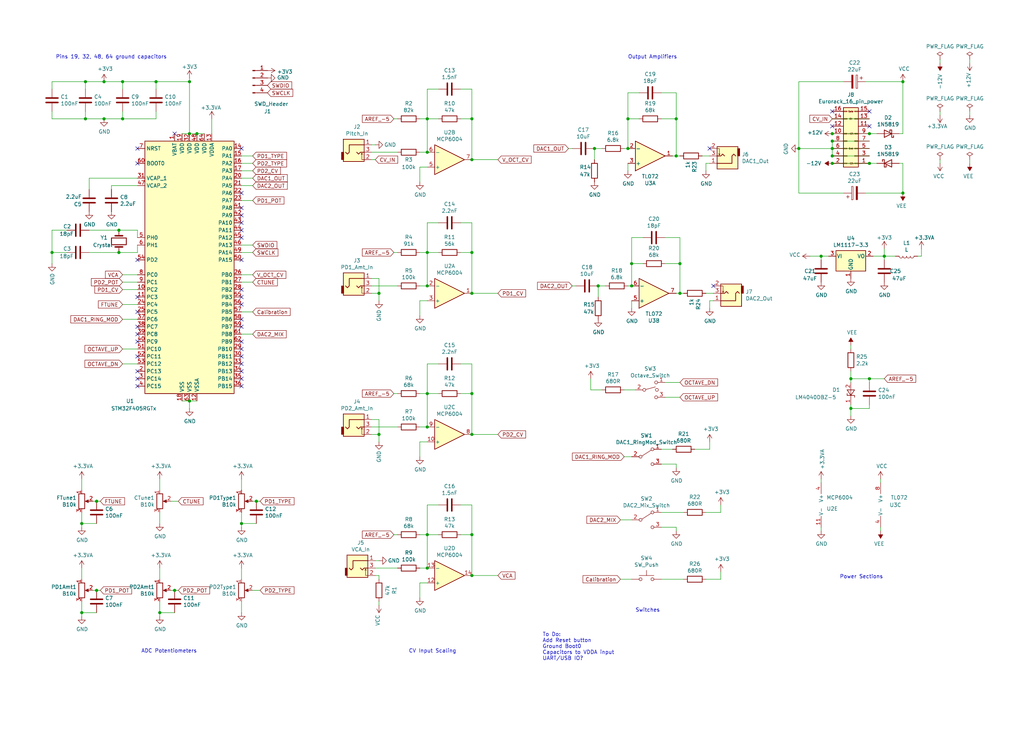
<source format=kicad_sch>
(kicad_sch (version 20230121) (generator eeschema)
  (paper "User" 350.012 250.012)
  (title_block (title "DisPhaze") (company "Mountjoy Modular"))
  (junction (at 284.48 48.26))
  (junction (at 232.41 90.17))
  (junction (at 161.29 40.64))
  (junction (at 214.63 50.8))
  (junction (at 146.05 40.64))
  (junction (at 161.29 100.33))
  (junction (at 161.29 86.36))
  (junction (at 146.05 52.07))
  (junction (at 35.56 27.94))
  (junction (at 290.83 139.7))
  (junction (at 146.05 194.31))
  (junction (at 64.77 137.16))
  (junction (at 232.41 100.33))
  (junction (at 231.14 53.34))
  (junction (at 308.61 66.04))
  (junction (at 297.18 55.88))
  (junction (at 280.67 87.63))
  (junction (at 54.61 209.55))
  (junction (at 203.2 50.8))
  (junction (at 87.63 171.45))
  (junction (at 82.55 179.07))
  (junction (at 284.48 53.34))
  (junction (at 302.26 87.63))
  (junction (at 35.56 40.64))
  (junction (at 161.29 196.85))
  (junction (at 129.54 100.33))
  (junction (at 273.05 50.8))
  (junction (at 64.77 27.94))
  (junction (at 64.77 45.72))
  (junction (at 53.34 27.94))
  (junction (at 146.05 146.05))
  (junction (at 297.18 45.72))
  (junction (at 215.9 97.79))
  (junction (at 161.29 54.61))
  (junction (at 284.48 55.88))
  (junction (at 308.61 27.94))
  (junction (at 204.47 97.79))
  (junction (at 284.48 45.72))
  (junction (at 129.54 148.59))
  (junction (at 146.05 97.79))
  (junction (at 146.05 182.88))
  (junction (at 215.9 90.17))
  (junction (at 41.91 40.64))
  (junction (at 161.29 134.62))
  (junction (at 29.21 40.64))
  (junction (at 17.78 86.36))
  (junction (at 231.14 40.64))
  (junction (at 27.94 209.55))
  (junction (at 214.63 40.64))
  (junction (at 41.91 27.94))
  (junction (at 297.18 129.54))
  (junction (at 59.69 201.93))
  (junction (at 284.48 50.8))
  (junction (at 146.05 134.62))
  (junction (at 40.64 78.74))
  (junction (at 290.83 129.54))
  (junction (at 33.02 171.45))
  (junction (at 29.21 27.94))
  (junction (at 161.29 182.88))
  (junction (at 161.29 148.59))
  (junction (at 40.64 86.36))
  (junction (at 33.02 201.93))
  (junction (at 146.05 86.36))
  (junction (at 67.31 45.72))
  (junction (at 27.94 179.07))
  (no_connect (at 46.99 127))
  (no_connect (at 82.55 101.6))
  (no_connect (at 82.55 78.74))
  (no_connect (at 82.55 73.66))
  (no_connect (at 82.55 116.84))
  (no_connect (at 46.99 101.6))
  (no_connect (at 284.48 38.1))
  (no_connect (at 46.99 132.08))
  (no_connect (at 82.55 124.46))
  (no_connect (at 82.55 88.9))
  (no_connect (at 82.55 109.22))
  (no_connect (at 46.99 106.68))
  (no_connect (at 82.55 71.12))
  (no_connect (at 82.55 119.38))
  (no_connect (at 46.99 111.76))
  (no_connect (at 82.55 127))
  (no_connect (at 46.99 88.9))
  (no_connect (at 82.55 50.8))
  (no_connect (at 284.48 43.18))
  (no_connect (at 297.18 38.1))
  (no_connect (at 46.99 50.8))
  (no_connect (at 46.99 114.3))
  (no_connect (at 46.99 129.54))
  (no_connect (at 82.55 121.92))
  (no_connect (at 82.55 81.28))
  (no_connect (at 82.55 99.06))
  (no_connect (at 243.84 97.79))
  (no_connect (at 82.55 132.08))
  (no_connect (at 82.55 104.14))
  (no_connect (at 59.69 45.72))
  (no_connect (at 46.99 55.88))
  (no_connect (at 297.18 43.18))
  (no_connect (at 46.99 121.92))
  (no_connect (at 82.55 66.04))
  (no_connect (at 46.99 116.84))
  (no_connect (at 82.55 76.2))
  (no_connect (at 82.55 111.76))
  (no_connect (at 242.57 50.8))
  (no_connect (at 82.55 129.54))
  (wire (pts (xy 215.9 81.28) (xy 215.9 90.17)))
  (wire (pts (xy 143.51 86.36) (xy 146.05 86.36)))
  (wire (pts (xy 146.05 199.39) (xy 143.51 199.39)))
  (wire (pts (xy 146.05 102.87) (xy 143.51 102.87)))
  (wire (pts (xy 53.34 30.48) (xy 53.34 27.94)))
  (wire (pts (xy 308.61 66.04) (xy 295.91 66.04)))
  (wire (pts (xy 157.48 86.36) (xy 161.29 86.36)))
  (wire (pts (xy 129.54 148.59) (xy 129.54 151.13)))
  (wire (pts (xy 161.29 86.36) (xy 161.29 100.33)))
  (wire (pts (xy 227.33 130.81) (xy 232.41 130.81)))
  (wire (pts (xy 219.71 81.28) (xy 215.9 81.28)))
  (wire (pts (xy 227.33 135.89) (xy 232.41 135.89)))
  (wire (pts (xy 33.02 209.55) (xy 27.94 209.55)))
  (wire (pts (xy 64.77 45.72) (xy 67.31 45.72)))
  (wire (pts (xy 146.05 86.36) (xy 146.05 97.79)))
  (wire (pts (xy 59.69 201.93) (xy 60.96 201.93)))
  (wire (pts (xy 46.99 83.82) (xy 46.99 86.36)))
  (wire (pts (xy 146.05 124.46) (xy 146.05 134.62)))
  (wire (pts (xy 86.36 53.34) (xy 82.55 53.34)))
  (wire (pts (xy 82.55 163.83) (xy 82.55 167.64)))
  (wire (pts (xy 307.34 45.72) (xy 308.61 45.72)))
  (wire (pts (xy 64.77 137.16) (xy 67.31 137.16)))
  (wire (pts (xy 170.18 196.85) (xy 161.29 196.85)))
  (wire (pts (xy 86.36 171.45) (xy 87.63 171.45)))
  (wire (pts (xy 82.55 86.36) (xy 86.36 86.36)))
  (wire (pts (xy 33.02 171.45) (xy 34.29 171.45)))
  (wire (pts (xy 134.62 86.36) (xy 135.89 86.36)))
  (wire (pts (xy 82.55 63.5) (xy 86.36 63.5)))
  (wire (pts (xy 41.91 93.98) (xy 46.99 93.98)))
  (wire (pts (xy 54.61 209.55) (xy 54.61 210.82)))
  (wire (pts (xy 127 148.59) (xy 129.54 148.59)))
  (wire (pts (xy 321.31 54.61) (xy 321.31 55.88)))
  (wire (pts (xy 22.86 78.74) (xy 17.78 78.74)))
  (wire (pts (xy 297.18 50.8) (xy 284.48 50.8)))
  (wire (pts (xy 27.94 209.55) (xy 27.94 210.82)))
  (wire (pts (xy 129.54 95.25) (xy 129.54 100.33)))
  (wire (pts (xy 246.38 198.12) (xy 241.3 198.12)))
  (wire (pts (xy 129.54 205.74) (xy 129.54 207.01)))
  (wire (pts (xy 212.09 198.12) (xy 215.9 198.12)))
  (wire (pts (xy 284.48 40.64) (xy 297.18 40.64)))
  (wire (pts (xy 273.05 50.8) (xy 284.48 50.8)))
  (wire (pts (xy 143.51 40.64) (xy 146.05 40.64)))
  (wire (pts (xy 161.29 182.88) (xy 161.29 196.85)))
  (wire (pts (xy 127 97.79) (xy 135.89 97.79)))
  (wire (pts (xy 30.48 86.36) (xy 40.64 86.36)))
  (wire (pts (xy 87.63 179.07) (xy 82.55 179.07)))
  (wire (pts (xy 302.26 87.63) (xy 302.26 88.9)))
  (wire (pts (xy 127 54.61) (xy 128.27 54.61)))
  (wire (pts (xy 214.63 97.79) (xy 215.9 97.79)))
  (wire (pts (xy 231.14 53.34) (xy 232.41 53.34)))
  (wire (pts (xy 129.54 143.51) (xy 129.54 148.59)))
  (wire (pts (xy 157.48 40.64) (xy 161.29 40.64)))
  (wire (pts (xy 214.63 31.75) (xy 214.63 40.64)))
  (wire (pts (xy 213.36 133.35) (xy 217.17 133.35)))
  (wire (pts (xy 227.33 81.28) (xy 232.41 81.28)))
  (wire (pts (xy 288.29 66.04) (xy 273.05 66.04)))
  (wire (pts (xy 53.34 27.94) (xy 64.77 27.94)))
  (wire (pts (xy 226.06 180.34) (xy 231.14 180.34)))
  (wire (pts (xy 143.51 52.07) (xy 146.05 52.07)))
  (wire (pts (xy 143.51 97.79) (xy 146.05 97.79)))
  (wire (pts (xy 17.78 27.94) (xy 29.21 27.94)))
  (wire (pts (xy 284.48 53.34) (xy 284.48 50.8)))
  (wire (pts (xy 143.51 199.39) (xy 143.51 204.47)))
  (wire (pts (xy 201.93 129.54) (xy 201.93 133.35)))
  (wire (pts (xy 243.84 102.87) (xy 242.57 102.87)))
  (wire (pts (xy 204.47 97.79) (xy 207.01 97.79)))
  (wire (pts (xy 41.91 109.22) (xy 46.99 109.22)))
  (wire (pts (xy 143.51 182.88) (xy 146.05 182.88)))
  (wire (pts (xy 29.21 40.64) (xy 35.56 40.64)))
  (wire (pts (xy 300.99 180.34) (xy 300.99 181.61)))
  (wire (pts (xy 290.83 127) (xy 290.83 129.54)))
  (wire (pts (xy 53.34 27.94) (xy 41.91 27.94)))
  (wire (pts (xy 41.91 27.94) (xy 35.56 27.94)))
  (wire (pts (xy 86.36 201.93) (xy 88.9 201.93)))
  (wire (pts (xy 231.14 100.33) (xy 232.41 100.33)))
  (wire (pts (xy 170.18 148.59) (xy 161.29 148.59)))
  (wire (pts (xy 215.9 102.87) (xy 215.9 105.41)))
  (wire (pts (xy 231.14 180.34) (xy 231.14 181.61)))
  (wire (pts (xy 64.77 137.16) (xy 62.23 137.16)))
  (wire (pts (xy 273.05 27.94) (xy 273.05 50.8)))
  (wire (pts (xy 203.2 50.8) (xy 205.74 50.8)))
  (wire (pts (xy 157.48 76.2) (xy 161.29 76.2)))
  (wire (pts (xy 146.05 172.72) (xy 146.05 182.88)))
  (wire (pts (xy 143.51 151.13) (xy 143.51 156.21)))
  (wire (pts (xy 54.61 194.31) (xy 54.61 198.12)))
  (wire (pts (xy 297.18 48.26) (xy 284.48 48.26)))
  (wire (pts (xy 161.29 40.64) (xy 161.29 54.61)))
  (wire (pts (xy 82.55 194.31) (xy 82.55 198.12)))
  (wire (pts (xy 157.48 30.48) (xy 161.29 30.48)))
  (wire (pts (xy 231.14 53.34) (xy 231.14 40.64)))
  (wire (pts (xy 302.26 87.63) (xy 306.07 87.63)))
  (wire (pts (xy 298.45 87.63) (xy 302.26 87.63)))
  (wire (pts (xy 127 100.33) (xy 129.54 100.33)))
  (wire (pts (xy 214.63 40.64) (xy 214.63 50.8)))
  (wire (pts (xy 170.18 100.33) (xy 161.29 100.33)))
  (wire (pts (xy 290.83 118.11) (xy 290.83 119.38)))
  (wire (pts (xy 242.57 102.87) (xy 242.57 105.41)))
  (wire (pts (xy 64.77 45.72) (xy 64.77 46.99)))
  (wire (pts (xy 232.41 81.28) (xy 232.41 90.17)))
  (wire (pts (xy 127 95.25) (xy 129.54 95.25)))
  (wire (pts (xy 284.48 45.72) (xy 297.18 45.72)))
  (wire (pts (xy 232.41 100.33) (xy 232.41 90.17)))
  (wire (pts (xy 280.67 163.83) (xy 280.67 165.1)))
  (wire (pts (xy 149.86 40.64) (xy 146.05 40.64)))
  (wire (pts (xy 297.18 139.7) (xy 297.18 138.43)))
  (wire (pts (xy 246.38 195.58) (xy 246.38 198.12)))
  (wire (pts (xy 146.05 40.64) (xy 146.05 52.07)))
  (wire (pts (xy 127 49.53) (xy 128.27 49.53)))
  (wire (pts (xy 35.56 40.64) (xy 41.91 40.64)))
  (wire (pts (xy 232.41 90.17) (xy 227.33 90.17)))
  (wire (pts (xy 62.23 45.72) (xy 64.77 45.72)))
  (wire (pts (xy 290.83 138.43) (xy 290.83 139.7)))
  (wire (pts (xy 297.18 130.81) (xy 297.18 129.54)))
  (wire (pts (xy 31.75 171.45) (xy 33.02 171.45)))
  (wire (pts (xy 38.1 63.5) (xy 38.1 64.77)))
  (wire (pts (xy 41.91 124.46) (xy 46.99 124.46)))
  (wire (pts (xy 161.29 134.62) (xy 161.29 148.59)))
  (wire (pts (xy 143.51 134.62) (xy 146.05 134.62)))
  (wire (pts (xy 218.44 40.64) (xy 214.63 40.64)))
  (wire (pts (xy 226.06 31.75) (xy 231.14 31.75)))
  (wire (pts (xy 284.48 55.88) (xy 297.18 55.88)))
  (wire (pts (xy 215.9 156.21) (xy 213.36 156.21)))
  (wire (pts (xy 242.57 153.67) (xy 237.49 153.67)))
  (wire (pts (xy 284.48 48.26) (xy 284.48 50.8)))
  (wire (pts (xy 308.61 55.88) (xy 308.61 66.04)))
  (wire (pts (xy 40.64 78.74) (xy 30.48 78.74)))
  (wire (pts (xy 41.91 104.14) (xy 46.99 104.14)))
  (wire (pts (xy 203.2 54.61) (xy 203.2 50.8)))
  (wire (pts (xy 17.78 86.36) (xy 17.78 90.17)))
  (wire (pts (xy 29.21 27.94) (xy 35.56 27.94)))
  (wire (pts (xy 41.91 99.06) (xy 46.99 99.06)))
  (wire (pts (xy 46.99 81.28) (xy 46.99 78.74)))
  (wire (pts (xy 226.06 158.75) (xy 231.14 158.75)))
  (wire (pts (xy 27.94 179.07) (xy 27.94 180.34)))
  (wire (pts (xy 280.67 180.34) (xy 280.67 181.61)))
  (wire (pts (xy 143.51 57.15) (xy 143.51 62.23)))
  (wire (pts (xy 29.21 30.48) (xy 29.21 27.94)))
  (wire (pts (xy 46.99 86.36) (xy 40.64 86.36)))
  (wire (pts (xy 64.77 26.67) (xy 64.77 27.94)))
  (wire (pts (xy 146.05 76.2) (xy 146.05 86.36)))
  (wire (pts (xy 27.94 175.26) (xy 27.94 179.07)))
  (wire (pts (xy 86.36 55.88) (xy 82.55 55.88)))
  (wire (pts (xy 157.48 124.46) (xy 161.29 124.46)))
  (wire (pts (xy 161.29 124.46) (xy 161.29 134.62)))
  (wire (pts (xy 82.55 58.42) (xy 86.36 58.42)))
  (wire (pts (xy 17.78 78.74) (xy 17.78 86.36)))
  (wire (pts (xy 219.71 90.17) (xy 215.9 90.17)))
  (wire (pts (xy 161.29 172.72) (xy 161.29 182.88)))
  (wire (pts (xy 64.77 45.72) (xy 64.77 27.94)))
  (wire (pts (xy 127 143.51) (xy 129.54 143.51)))
  (wire (pts (xy 146.05 30.48) (xy 146.05 40.64)))
  (wire (pts (xy 17.78 86.36) (xy 22.86 86.36)))
  (wire (pts (xy 127 52.07) (xy 135.89 52.07)))
  (wire (pts (xy 64.77 137.16) (xy 64.77 139.7)))
  (wire (pts (xy 149.86 30.48) (xy 146.05 30.48)))
  (wire (pts (xy 280.67 88.9) (xy 280.67 87.63)))
  (wire (pts (xy 314.96 85.09) (xy 314.96 87.63)))
  (wire (pts (xy 82.55 179.07) (xy 82.55 180.34)))
  (wire (pts (xy 161.29 76.2) (xy 161.29 86.36)))
  (wire (pts (xy 143.51 194.31) (xy 146.05 194.31)))
  (wire (pts (xy 229.87 53.34) (xy 231.14 53.34)))
  (wire (pts (xy 146.05 57.15) (xy 143.51 57.15)))
  (wire (pts (xy 53.34 40.64) (xy 53.34 38.1)))
  (wire (pts (xy 273.05 66.04) (xy 273.05 50.8)))
  (wire (pts (xy 302.26 85.09) (xy 302.26 87.63)))
  (wire (pts (xy 331.47 20.32) (xy 331.47 21.59)))
  (wire (pts (xy 82.55 205.74) (xy 82.55 209.55)))
  (wire (pts (xy 214.63 55.88) (xy 214.63 58.42)))
  (wire (pts (xy 241.3 55.88) (xy 241.3 58.42)))
  (wire (pts (xy 290.83 129.54) (xy 290.83 130.81)))
  (wire (pts (xy 30.48 60.96) (xy 30.48 64.77)))
  (wire (pts (xy 314.96 87.63) (xy 313.69 87.63)))
  (wire (pts (xy 82.55 175.26) (xy 82.55 179.07)))
  (wire (pts (xy 213.36 50.8) (xy 214.63 50.8)))
  (wire (pts (xy 46.99 60.96) (xy 30.48 60.96)))
  (wire (pts (xy 240.03 53.34) (xy 242.57 53.34)))
  (wire (pts (xy 215.9 90.17) (xy 215.9 97.79)))
  (wire (pts (xy 134.62 40.64) (xy 135.89 40.64)))
  (wire (pts (xy 231.14 31.75) (xy 231.14 40.64)))
  (wire (pts (xy 17.78 40.64) (xy 17.78 38.1)))
  (wire (pts (xy 87.63 171.45) (xy 88.9 171.45)))
  (wire (pts (xy 149.86 86.36) (xy 146.05 86.36)))
  (wire (pts (xy 226.06 153.67) (xy 229.87 153.67)))
  (wire (pts (xy 157.48 182.88) (xy 161.29 182.88)))
  (wire (pts (xy 242.57 151.13) (xy 242.57 153.67)))
  (wire (pts (xy 86.36 114.3) (xy 82.55 114.3)))
  (wire (pts (xy 128.27 191.77) (xy 129.54 191.77)))
  (wire (pts (xy 226.06 198.12) (xy 233.68 198.12)))
  (wire (pts (xy 280.67 87.63) (xy 283.21 87.63)))
  (wire (pts (xy 149.86 182.88) (xy 146.05 182.88)))
  (wire (pts (xy 215.9 177.8) (xy 212.09 177.8)))
  (wire (pts (xy 331.47 38.1) (xy 331.47 39.37)))
  (wire (pts (xy 226.06 175.26) (xy 233.68 175.26)))
  (wire (pts (xy 67.31 45.72) (xy 69.85 45.72)))
  (wire (pts (xy 300.99 163.83) (xy 300.99 165.1)))
  (wire (pts (xy 308.61 27.94) (xy 295.91 27.94)))
  (wire (pts (xy 321.31 38.1) (xy 321.31 39.37)))
  (wire (pts (xy 149.86 172.72) (xy 146.05 172.72)))
  (wire (pts (xy 54.61 205.74) (xy 54.61 209.55)))
  (wire (pts (xy 331.47 54.61) (xy 331.47 55.88)))
  (wire (pts (xy 82.55 68.58) (xy 86.36 68.58)))
  (wire (pts (xy 27.94 194.31) (xy 27.94 198.12)))
  (wire (pts (xy 82.55 106.68) (xy 86.36 106.68)))
  (wire (pts (xy 27.94 163.83) (xy 27.94 167.64)))
  (wire (pts (xy 127 146.05) (xy 135.89 146.05)))
  (wire (pts (xy 161.29 30.48) (xy 161.29 40.64)))
  (wire (pts (xy 194.31 50.8) (xy 195.58 50.8)))
  (wire (pts (xy 307.34 55.88) (xy 308.61 55.88)))
  (wire (pts (xy 58.42 171.45) (xy 60.96 171.45)))
  (wire (pts (xy 204.47 101.6) (xy 204.47 97.79)))
  (wire (pts (xy 149.86 134.62) (xy 146.05 134.62)))
  (wire (pts (xy 33.02 179.07) (xy 27.94 179.07)))
  (wire (pts (xy 297.18 45.72) (xy 299.72 45.72)))
  (wire (pts (xy 288.29 27.94) (xy 273.05 27.94)))
  (wire (pts (xy 54.61 175.26) (xy 54.61 179.07)))
  (wire (pts (xy 33.02 201.93) (xy 34.29 201.93)))
  (wire (pts (xy 290.83 139.7) (xy 297.18 139.7)))
  (wire (pts (xy 157.48 134.62) (xy 161.29 134.62)))
  (wire (pts (xy 146.05 151.13) (xy 143.51 151.13)))
  (wire (pts (xy 143.51 102.87) (xy 143.51 107.95)))
  (wire (pts (xy 246.38 175.26) (xy 241.3 175.26)))
  (wire (pts (xy 157.48 172.72) (xy 161.29 172.72)))
  (wire (pts (xy 290.83 139.7) (xy 290.83 142.24)))
  (wire (pts (xy 232.41 100.33) (xy 233.68 100.33)))
  (wire (pts (xy 143.51 146.05) (xy 146.05 146.05)))
  (wire (pts (xy 86.36 60.96) (xy 82.55 60.96)))
  (wire (pts (xy 170.18 54.61) (xy 161.29 54.61)))
  (wire (pts (xy 297.18 55.88) (xy 299.72 55.88)))
  (wire (pts (xy 146.05 134.62) (xy 146.05 146.05)))
  (wire (pts (xy 321.31 20.32) (xy 321.31 21.59)))
  (wire (pts (xy 128.27 196.85) (xy 129.54 196.85)))
  (wire (pts (xy 41.91 38.1) (xy 41.91 40.64)))
  (wire (pts (xy 54.61 163.83) (xy 54.61 167.64)))
  (wire (pts (xy 58.42 201.93) (xy 59.69 201.93)))
  (wire (pts (xy 297.18 53.34) (xy 284.48 53.34)))
  (wire (pts (xy 59.69 209.55) (xy 54.61 209.55)))
  (wire (pts (xy 41.91 40.64) (xy 53.34 40.64)))
  (wire (pts (xy 196.85 97.79) (xy 195.58 97.79)))
  (wire (pts (xy 231.14 40.64) (xy 226.06 40.64)))
  (wire (pts (xy 302.26 129.54) (xy 297.18 129.54)))
  (wire (pts (xy 17.78 40.64) (xy 29.21 40.64)))
  (wire (pts (xy 41.91 30.48) (xy 41.91 27.94)))
  (wire (pts (xy 128.27 194.31) (xy 135.89 194.31)))
  (wire (pts (xy 218.44 31.75) (xy 214.63 31.75)))
  (wire (pts (xy 46.99 78.74) (xy 40.64 78.74)))
  (wire (pts (xy 82.55 83.82) (xy 86.36 83.82)))
  (wire (pts (xy 29.21 38.1) (xy 29.21 40.64)))
  (wire (pts (xy 134.62 182.88) (xy 135.89 182.88)))
  (wire (pts (xy 31.75 201.93) (xy 33.02 201.93)))
  (wire (pts (xy 149.86 124.46) (xy 146.05 124.46)))
  (wire (pts (xy 201.93 133.35) (xy 205.74 133.35)))
  (wire (pts (xy 241.3 100.33) (xy 243.84 100.33)))
  (wire (pts (xy 82.55 96.52) (xy 86.36 96.52)))
  (wire (pts (xy 308.61 45.72) (xy 308.61 27.94)))
  (wire (pts (xy 41.91 119.38) (xy 46.99 119.38)))
  (wire (pts (xy 129.54 196.85) (xy 129.54 198.12)))
  (wire (pts (xy 276.86 87.63) (xy 280.67 87.63)))
  (wire (pts (xy 146.05 182.88) (xy 146.05 194.31)))
  (wire (pts (xy 129.54 100.33) (xy 129.54 102.87)))
  (wire (pts (xy 149.86 76.2) (xy 146.05 76.2)))
  (wire (pts (xy 27.94 205.74) (xy 27.94 209.55)))
  (wire (pts (xy 297.18 129.54) (xy 290.83 129.54)))
  (wire (pts (xy 231.14 158.75) (xy 231.14 160.02)))
  (wire (pts (xy 72.39 40.64) (xy 72.39 45.72)))
  (wire (pts (xy 134.62 134.62) (xy 135.89 134.62)))
  (wire (pts (xy 82.55 93.98) (xy 86.36 93.98)))
  (wire (pts (xy 17.78 30.48) (xy 17.78 27.94)))
  (wire (pts (xy 242.57 55.88) (xy 241.3 55.88)))
  (wire (pts (xy 46.99 63.5) (xy 38.1 63.5)))
  (wire (pts (xy 246.38 172.72) (xy 246.38 175.26)))
  (wire (pts (xy 41.91 96.52) (xy 46.99 96.52)))
  (text "To Do:\nAdd Reset button\nGround Boot0\nCapacitors to VDDA input\nUART/USB IO?" (at 185.42 226.06 0) (effects (font (size 1.27 1.27)) (justify left bottom)))
  (text "Output Amplifiers" (at 214.63 20.32 0) (effects (font (size 1.27 1.27)) (justify left bottom)))
  (text "Switches" (at 217.17 209.55 0) (effects (font (size 1.27 1.27)) (justify left bottom)))
  (text "Pins 19, 32, 48, 64 ground capacitors" (at 19.05 20.32 0) (effects (font (size 1.27 1.27)) (justify left bottom)))
  (text "Power Sections" (at 287.02 198.12 0) (effects (font (size 1.27 1.27)) (justify left bottom)))
  (text "ADC Potentiometers" (at 48.26 223.52 0) (effects (font (size 1.27 1.27)) (justify left bottom)))
  (text "CV Input Scaling" (at 139.7 223.52 0) (effects (font (size 1.27 1.27)) (justify left bottom)))
  (global_label "SWCLK" (shape input) (at 91.44 31.75 0) (property "Intersheetrefs" "${INTERSHEET_REFS}" (effects hide)))
  (global_label "PD1_TYPE" (shape input) (at 88.9 171.45 0) (property "Intersheetrefs" "${INTERSHEET_REFS}" (effects hide)))
  (global_label "FTUNE" (shape input) (at 34.29 171.45 0) (property "Intersheetrefs" "${INTERSHEET_REFS}" (effects hide)))
  (global_label "PD1_POT" (shape input) (at 86.36 68.58 0) (property "Intersheetrefs" "${INTERSHEET_REFS}" (effects hide)))
  (global_label "AREF_-5" (shape input) (at 134.62 134.62 180) (property "Intersheetrefs" "${INTERSHEET_REFS}" (effects hide)))
  (global_label "DAC2_MIX" (shape input) (at 212.09 177.8 180) (property "Intersheetrefs" "${INTERSHEET_REFS}" (effects hide)))
  (global_label "AREF_-5" (shape input) (at 134.62 182.88 180) (property "Intersheetrefs" "${INTERSHEET_REFS}" (effects hide)))
  (global_label "PD1_POT" (shape input) (at 34.29 201.93 0) (property "Intersheetrefs" "${INTERSHEET_REFS}" (effects hide)))
  (global_label "DAC2_OUT" (shape input) (at 195.58 97.79 180) (property "Intersheetrefs" "${INTERSHEET_REFS}" (effects hide)))
  (global_label "PD2_TYPE" (shape input) (at 88.9 201.93 0) (property "Intersheetrefs" "${INTERSHEET_REFS}" (effects hide)))
  (global_label "V_OCT_CV" (shape input) (at 86.36 93.98 0) (property "Intersheetrefs" "${INTERSHEET_REFS}" (effects hide)))
  (global_label "PD2_POT" (shape input) (at 41.91 96.52 180) (property "Intersheetrefs" "${INTERSHEET_REFS}" (effects hide)))
  (global_label "PD1_CV" (shape input) (at 41.91 99.06 180) (property "Intersheetrefs" "${INTERSHEET_REFS}" (effects hide)))
  (global_label "DAC2_OUT" (shape input) (at 86.36 63.5 0) (property "Intersheetrefs" "${INTERSHEET_REFS}" (effects hide)))
  (global_label "OCTAVE_DN" (shape input) (at 232.41 130.81 0) (property "Intersheetrefs" "${INTERSHEET_REFS}" (effects hide)))
  (global_label "Calibration" (shape input) (at 86.36 106.68 0) (property "Intersheetrefs" "${INTERSHEET_REFS}" (effects hide)))
  (global_label "SWCLK" (shape input) (at 86.36 86.36 0) (property "Intersheetrefs" "${INTERSHEET_REFS}" (effects hide)))
  (global_label "PD2_CV" (shape input) (at 86.36 58.42 0) (property "Intersheetrefs" "${INTERSHEET_REFS}" (effects hide)))
  (global_label "FTUNE" (shape input) (at 41.91 104.14 180) (property "Intersheetrefs" "${INTERSHEET_REFS}" (effects hide)))
  (global_label "DAC1_RING_MOD" (shape input) (at 41.91 109.22 180) (property "Intersheetrefs" "${INTERSHEET_REFS}" (effects hide)))
  (global_label "PD1_CV" (shape input) (at 170.18 100.33 0) (property "Intersheetrefs" "${INTERSHEET_REFS}" (effects hide)))
  (global_label "PD1_TYPE" (shape input) (at 86.36 53.34 0) (property "Intersheetrefs" "${INTERSHEET_REFS}" (effects hide)))
  (global_label "SWDIO" (shape input) (at 86.36 83.82 0) (property "Intersheetrefs" "${INTERSHEET_REFS}" (effects hide)))
  (global_label "CTUNE" (shape input) (at 60.96 171.45 0) (property "Intersheetrefs" "${INTERSHEET_REFS}" (effects hide)))
  (global_label "VCA" (shape input) (at 170.18 196.85 0) (property "Intersheetrefs" "${INTERSHEET_REFS}" (effects hide)))
  (global_label "DAC1_OUT" (shape input) (at 86.36 60.96 0) (property "Intersheetrefs" "${INTERSHEET_REFS}" (effects hide)))
  (global_label "VCA" (shape input) (at 41.91 93.98 180) (property "Intersheetrefs" "${INTERSHEET_REFS}" (effects hide)))
  (global_label "PD2_TYPE" (shape input) (at 86.36 55.88 0) (property "Intersheetrefs" "${INTERSHEET_REFS}" (effects hide)))
  (global_label "DAC1_OUT" (shape input) (at 194.31 50.8 180) (property "Intersheetrefs" "${INTERSHEET_REFS}" (effects hide)))
  (global_label "SWDIO" (shape input) (at 91.44 29.21 0) (property "Intersheetrefs" "${INTERSHEET_REFS}" (effects hide)))
  (global_label "AREF_-5" (shape input) (at 302.26 129.54 0) (property "Intersheetrefs" "${INTERSHEET_REFS}" (effects hide)))
  (global_label "OCTAVE_UP" (shape input) (at 232.41 135.89 0) (property "Intersheetrefs" "${INTERSHEET_REFS}" (effects hide)))
  (global_label "DAC1_RING_MOD" (shape input) (at 213.36 156.21 180) (property "Intersheetrefs" "${INTERSHEET_REFS}" (effects hide)))
  (global_label "OCTAVE_DN" (shape input) (at 41.91 124.46 180) (property "Intersheetrefs" "${INTERSHEET_REFS}" (effects hide)))
  (global_label "CTUNE" (shape input) (at 86.36 96.52 0) (property "Intersheetrefs" "${INTERSHEET_REFS}" (effects hide)))
  (global_label "AREF_-5" (shape input) (at 134.62 40.64 180) (property "Intersheetrefs" "${INTERSHEET_REFS}" (effects hide)))
  (global_label "Calibration" (shape input) (at 212.09 198.12 180) (property "Intersheetrefs" "${INTERSHEET_REFS}" (effects hide)))
  (global_label "OCTAVE_UP" (shape input) (at 41.91 119.38 180) (property "Intersheetrefs" "${INTERSHEET_REFS}" (effects hide)))
  (global_label "V_OCT_CV" (shape input) (at 170.18 54.61 0) (property "Intersheetrefs" "${INTERSHEET_REFS}" (effects hide)))
  (global_label "CV_IN" (shape input) (at 284.48 40.64 180) (property "Intersheetrefs" "${INTERSHEET_REFS}" (effects hide)))
  (global_label "PD2_POT" (shape input) (at 60.96 201.93 0) (property "Intersheetrefs" "${INTERSHEET_REFS}" (effects hide)))
  (global_label "PD2_CV" (shape input) (at 170.18 148.59 0) (property "Intersheetrefs" "${INTERSHEET_REFS}" (effects hide)))
  (global_label "CV_IN" (shape input) (at 128.27 54.61 0) (property "Intersheetrefs" "${INTERSHEET_REFS}" (effects hide)))
  (global_label "DAC2_MIX" (shape input) (at 86.36 114.3 0) (property "Intersheetrefs" "${INTERSHEET_REFS}" (effects hide)))
  (global_label "AREF_-5" (shape input) (at 134.62 86.36 180) (property "Intersheetrefs" "${INTERSHEET_REFS}" (effects hide)))
  (symbol (lib_id "DisPhaze-rescue:STM32F405RGTx-MCU_ST_STM32F4") (at 64.77 91.44 0) (unit 1)
    (property "Reference" "U1" (at 44.45 137.16 0))
    (property "Value" "STM32F405RGTx" (at 45.72 139.7 0))
    (property "Footprint" "Package_QFP:LQFP-64_10x10mm_P0.5mm" (effects hide))
    (property "Datasheet" "http://www.st.com/st-web-ui/static/active/en/resource/technical/document/datasheet/DM00037051.pdf" (effects hide))
  )
  (symbol (lib_id "Device:C") (at 30.48 68.58 180) (unit 1)
    (property "Reference" "C5" (at 27.94 69.85 0) (effects (justify left)))
    (property "Value" "2.2uF" (at 27.94 67.31 0) (effects (justify left)))
    (property "Footprint" "Capacitors_SMD:C_0805_HandSoldering" (effects hide))
  )
  (symbol (lib_id "Device:C") (at 38.1 68.58 0) (unit 1)
    (property "Reference" "C8" (at 41.021 67.4116 0) (effects (justify left)))
    (property "Value" "2.2uF" (at 41.021 69.723 0) (effects (justify left)))
    (property "Footprint" "Capacitors_SMD:C_0805_HandSoldering" (effects hide))
  )
  (symbol (lib_id "power:GND") (at 38.1 72.39 0) (unit 1)
    (property "Reference" "#PWR09" (effects hide))
    (property "Value" "GND" (at 38.227 76.7842 0))
  )
  (symbol (lib_id "DisPhaze-rescue:Conn_01x04_Male-Connector") (at 86.36 26.67 0) (unit 1)
    (property "Reference" "J1" (at 91.44 38.1 0))
    (property "Value" "SWD_Header" (at 92.71 35.56 0))
    (property "Footprint" "Custom_Footprints:SWD_header" (effects hide))
  )
  (symbol (lib_id "DisPhaze-rescue:+3.3V-power") (at 91.44 24.13 270) (unit 1)
    (property "Reference" "#PWR021" (effects hide))
    (property "Value" "+3.3V" (at 94.6912 24.511 90) (effects (justify left)))
  )
  (symbol (lib_id "power:GND") (at 91.44 26.67 90) (unit 1)
    (property "Reference" "#PWR022" (effects hide))
    (property "Value" "GND" (at 94.6912 26.543 90) (effects (justify right)))
  )
  (symbol (lib_id "Device:Crystal") (at 40.64 82.55 90) (unit 1)
    (property "Reference" "Y1" (at 34.29 81.28 90) (effects (justify right)))
    (property "Value" "Crystal" (at 31.75 83.82 90) (effects (justify right)))
    (property "Footprint" "Custom_Footprints:Crystal_SMD" (effects hide))
  )
  (symbol (lib_id "Device:C") (at 26.67 78.74 270) (unit 1)
    (property "Reference" "C2" (at 21.59 77.47 90) (effects (justify left)))
    (property "Value" "18pF" (at 20.32 80.01 90) (effects (justify left)))
    (property "Footprint" "Capacitors_SMD:C_0805_HandSoldering" (effects hide))
  )
  (symbol (lib_id "Device:C") (at 26.67 86.36 270) (unit 1)
    (property "Reference" "C3" (at 21.59 85.09 90) (effects (justify left)))
    (property "Value" "18pF" (at 20.32 87.63 90) (effects (justify left)))
    (property "Footprint" "Capacitors_SMD:C_0805_HandSoldering" (effects hide))
  )
  (symbol (lib_id "power:GND") (at 17.78 90.17 0) (unit 1)
    (property "Reference" "#PWR01" (effects hide))
    (property "Value" "GND" (at 17.907 93.4212 90) (effects (justify right)))
  )
  (symbol (lib_id "DisPhaze-rescue:+3.3V-power") (at 64.77 26.67 0) (unit 1)
    (property "Reference" "#PWR014" (effects hide))
    (property "Value" "+3.3V" (at 64.77 22.86 0))
  )
  (symbol (lib_id "power:GND") (at 64.77 139.7 0) (unit 1)
    (property "Reference" "#PWR015" (effects hide))
    (property "Value" "GND" (at 64.897 144.0942 0))
  )
  (symbol (lib_id "DisPhaze-rescue:+3.3V-power") (at 35.56 27.94 0) (unit 1)
    (property "Reference" "#PWR07" (effects hide))
    (property "Value" "+3.3V" (at 35.941 23.5458 0))
  )
  (symbol (lib_id "Device:C") (at 17.78 34.29 0) (unit 1)
    (property "Reference" "C1" (at 20.701 33.1216 0) (effects (justify left)))
    (property "Value" "100nF" (at 20.701 35.433 0) (effects (justify left)))
    (property "Footprint" "Capacitors_SMD:C_0805_HandSoldering" (effects hide))
  )
  (symbol (lib_id "power:GND") (at 35.56 40.64 0) (unit 1)
    (property "Reference" "#PWR08" (effects hide))
    (property "Value" "GND" (at 35.687 45.0342 0))
  )
  (symbol (lib_id "Device:C") (at 29.21 34.29 0) (unit 1)
    (property "Reference" "C4" (at 32.131 33.1216 0) (effects (justify left)))
    (property "Value" "100nF" (at 32.131 35.433 0) (effects (justify left)))
    (property "Footprint" "Capacitors_SMD:C_0805_HandSoldering" (effects hide))
  )
  (symbol (lib_id "Device:C") (at 41.91 34.29 0) (unit 1)
    (property "Reference" "C9" (at 44.831 33.1216 0) (effects (justify left)))
    (property "Value" "100nF" (at 44.831 35.433 0) (effects (justify left)))
    (property "Footprint" "Capacitors_SMD:C_0805_HandSoldering" (effects hide))
  )
  (symbol (lib_id "Device:C") (at 53.34 34.29 0) (unit 1)
    (property "Reference" "C10" (at 56.261 33.1216 0) (effects (justify left)))
    (property "Value" "100nF" (at 56.261 35.433 0) (effects (justify left)))
    (property "Footprint" "Capacitors_SMD:C_0805_HandSoldering" (effects hide))
  )
  (symbol (lib_id "power:GND") (at 30.48 72.39 0) (unit 1)
    (property "Reference" "#PWR06" (effects hide))
    (property "Value" "GND" (at 30.607 76.7842 0))
  )
  (symbol (lib_id "DisPhaze-rescue:+3.3V-power") (at 302.26 85.09 0) (unit 1)
    (property "Reference" "#PWR056" (effects hide))
    (property "Value" "+3.3V" (at 302.26 81.28 0))
  )
  (symbol (lib_id "power:PWR_FLAG") (at 331.47 38.1 0) (unit 1)
    (property "Reference" "#FLG01" (effects hide))
    (property "Value" "PWR_FLAG" (at 331.47 33.6804 0))
  )
  (symbol (lib_id "power:GND") (at 331.47 39.37 0) (unit 1)
    (property "Reference" "#PWR043" (effects hide))
    (property "Value" "GND" (at 331.597 43.7642 0))
  )
  (symbol (lib_id "DisPhaze-rescue:LM1117-3.3-Regulator_Linear") (at 290.83 87.63 0) (unit 1)
    (property "Reference" "U4" (at 290.83 81.4832 0))
    (property "Value" "LM1117-3.3" (at 290.83 83.7946 0))
    (property "Footprint" "TO_SOT_Packages_SMD:TO-252-3_TabPin2" (effects hide))
    (property "Datasheet" "http://www.ti.com/lit/ds/symlink/lm1117.pdf" (effects hide))
  )
  (symbol (lib_id "power:GND") (at 290.83 95.25 0) (unit 1)
    (property "Reference" "#PWR051" (effects hide))
    (property "Value" "GND" (at 290.957 99.6442 0))
  )
  (symbol (lib_id "Amplifier_Operational:MCP6004") (at 153.67 54.61 0) (mirror x) (unit 2)
    (property "Reference" "U2" (at 153.67 45.2882 0))
    (property "Value" "MCP6004" (at 153.67 47.5996 0))
    (property "Footprint" "SMD_Packages:SOIC-14_N" (effects hide))
    (property "Datasheet" "http://ww1.microchip.com/downloads/en/DeviceDoc/21733j.pdf" (effects hide))
  )
  (symbol (lib_id "Device:R") (at 153.67 40.64 270) (unit 1)
    (property "Reference" "R10" (at 153.67 35.3822 90))
    (property "Value" "47k" (at 153.67 37.6936 90))
    (property "Footprint" "Resistors_SMD:R_0805_HandSoldering" (effects hide))
  )
  (symbol (lib_id "Device:R") (at 139.7 40.64 270) (unit 1)
    (property "Reference" "R2" (at 139.7 35.3822 90))
    (property "Value" "82k" (at 139.7 37.6936 90))
    (property "Footprint" "Resistors_SMD:R_0805_HandSoldering" (effects hide))
  )
  (symbol (lib_id "Device:R") (at 139.7 52.07 270) (unit 1)
    (property "Reference" "R3" (at 139.7 54.61 90))
    (property "Value" "100k" (at 139.7 57.15 90))
    (property "Footprint" "Resistors_SMD:R_0805_HandSoldering" (effects hide))
  )
  (symbol (lib_id "power:GND") (at 143.51 62.23 0) (unit 1)
    (property "Reference" "#PWR028" (effects hide))
    (property "Value" "GND" (at 143.637 66.6242 0))
  )
  (symbol (lib_id "Device:C") (at 153.67 30.48 90) (unit 1)
    (property "Reference" "C13" (at 153.67 24.0792 90))
    (property "Value" "1.5nF" (at 153.67 26.3906 90))
    (property "Footprint" "Capacitors_SMD:C_0805_HandSoldering" (effects hide))
  )
  (symbol (lib_id "Reference_Voltage:LM4040DBZ-10") (at 290.83 134.62 270) (unit 1)
    (property "Reference" "D1" (at 284.48 133.35 90) (effects (justify left)))
    (property "Value" "LM4040DBZ-5" (at 271.78 135.89 90) (effects (justify left)))
    (property "Footprint" "TO_SOT_Packages_SMD:SOT-23" (effects hide))
    (property "Datasheet" "http://www.ti.com/lit/ds/symlink/lm4040-n.pdf" (effects hide))
  )
  (symbol (lib_id "Device:R") (at 290.83 123.19 0) (unit 1)
    (property "Reference" "R25" (at 292.608 122.0216 0) (effects (justify left)))
    (property "Value" "2.2k" (at 292.608 124.333 0) (effects (justify left)))
    (property "Footprint" "Resistors_SMD:R_0805_HandSoldering" (effects hide))
  )
  (symbol (lib_id "Device:C") (at 297.18 134.62 0) (unit 1)
    (property "Reference" "C24" (at 300.101 133.4516 0) (effects (justify left)))
    (property "Value" "100nF" (at 300.101 135.763 0) (effects (justify left)))
    (property "Footprint" "Capacitors_SMD:C_0805_HandSoldering" (effects hide))
  )
  (symbol (lib_id "power:GND") (at 290.83 142.24 0) (unit 1)
    (property "Reference" "#PWR053" (effects hide))
    (property "Value" "GND" (at 290.957 146.6342 0))
  )
  (symbol (lib_id "Amplifier_Operational:MCP6004") (at 153.67 100.33 0) (mirror x) (unit 1)
    (property "Reference" "U2" (at 153.67 91.0082 0))
    (property "Value" "MCP6004" (at 153.67 93.3196 0))
    (property "Footprint" "SMD_Packages:SOIC-14_N" (effects hide))
    (property "Datasheet" "http://ww1.microchip.com/downloads/en/DeviceDoc/21733j.pdf" (effects hide))
  )
  (symbol (lib_id "Device:R") (at 153.67 86.36 270) (unit 1)
    (property "Reference" "R11" (at 153.67 81.1022 90))
    (property "Value" "56k" (at 153.67 83.4136 90))
    (property "Footprint" "Resistors_SMD:R_0805_HandSoldering" (effects hide))
  )
  (symbol (lib_id "Device:R") (at 139.7 86.36 270) (unit 1)
    (property "Reference" "R4" (at 139.7 81.1022 90))
    (property "Value" "91k" (at 139.7 83.4136 90))
    (property "Footprint" "Resistors_SMD:R_0805_HandSoldering" (effects hide))
  )
  (symbol (lib_id "Device:R") (at 139.7 97.79 270) (unit 1)
    (property "Reference" "R5" (at 139.7 92.5322 90))
    (property "Value" "100k" (at 139.7 94.8436 90))
    (property "Footprint" "Resistors_SMD:R_0805_HandSoldering" (effects hide))
  )
  (symbol (lib_id "power:GND") (at 143.51 107.95 0) (unit 1)
    (property "Reference" "#PWR029" (effects hide))
    (property "Value" "GND" (at 143.637 112.3442 0))
  )
  (symbol (lib_id "Device:C") (at 153.67 76.2 90) (unit 1)
    (property "Reference" "C14" (at 153.67 69.7992 90))
    (property "Value" "2.2nF" (at 153.67 72.1106 90))
    (property "Footprint" "Capacitors_SMD:C_0805_HandSoldering" (effects hide))
  )
  (symbol (lib_id "DisPhaze-rescue:R_POT-Device") (at 82.55 171.45 0) (unit 1)
    (property "Reference" "PD1Type1" (at 80.772 170.2816 0) (effects (justify right)))
    (property "Value" "B10k" (at 80.772 172.593 0) (effects (justify right)))
    (property "Footprint" "Custom_Footprints:Alpha_9mm_Potentiometer" (effects hide))
  )
  (symbol (lib_id "Device:C") (at 302.26 92.71 0) (unit 1)
    (property "Reference" "C25" (at 306.07 92.71 0))
    (property "Value" "47uF" (at 307.34 95.25 0))
    (property "Footprint" "Capacitors_SMD:CP_Elec_5x5.8" (effects hide))
  )
  (symbol (lib_id "power:GND") (at 302.26 96.52 0) (unit 1)
    (property "Reference" "#PWR057" (effects hide))
    (property "Value" "GND" (at 302.387 100.9142 0))
  )
  (symbol (lib_id "Device:L") (at 309.88 87.63 270) (unit 1)
    (property "Reference" "L1" (at 309.88 83.1088 90))
    (property "Value" "L" (at 309.88 85.4202 90))
    (property "Footprint" "Resistors_SMD:R_0805_HandSoldering" (effects hide))
  )
  (symbol (lib_id "power:+3.3VA") (at 314.96 85.09 0) (unit 1)
    (property "Reference" "#PWR060" (effects hide))
    (property "Value" "+3.3VA" (at 312.42 81.28 0) (effects (justify left)))
  )
  (symbol (lib_id "Device:C") (at 280.67 92.71 0) (unit 1)
    (property "Reference" "C21" (at 276.86 92.71 0))
    (property "Value" "47uF" (at 276.86 95.25 0))
    (property "Footprint" "Capacitors_SMD:CP_Elec_5x5.8" (effects hide))
  )
  (symbol (lib_id "power:GND") (at 280.67 96.52 0) (unit 1)
    (property "Reference" "#PWR046" (effects hide))
    (property "Value" "GND" (at 280.797 100.9142 0))
  )
  (symbol (lib_id "power:+3.3VA") (at 82.55 163.83 0) (unit 1)
    (property "Reference" "#PWR017" (effects hide))
    (property "Value" "+3.3VA" (at 82.931 159.4358 0))
  )
  (symbol (lib_id "power:GND") (at 82.55 180.34 0) (unit 1)
    (property "Reference" "#PWR018" (effects hide))
    (property "Value" "GND" (at 82.677 184.7342 0))
  )
  (symbol (lib_id "Amplifier_Operational:TL072") (at 223.52 100.33 0) (mirror x) (unit 2)
    (property "Reference" "U3" (at 223.52 109.6518 0))
    (property "Value" "TL072" (at 223.52 107.3404 0))
    (property "Footprint" "SMD_Packages:SOIC-8-N" (effects hide))
    (property "Datasheet" "http://www.ti.com/lit/ds/symlink/tl071.pdf" (effects hide))
  )
  (symbol (lib_id "Device:R") (at 237.49 100.33 270) (unit 1)
    (property "Reference" "R24" (at 238.6584 102.108 0) (effects (justify left)))
    (property "Value" "1k" (at 236.347 102.108 0) (effects (justify left)))
    (property "Footprint" "Resistors_SMD:R_0805_HandSoldering" (effects hide))
  )
  (symbol (lib_id "Device:R") (at 223.52 90.17 270) (unit 1)
    (property "Reference" "R20" (at 223.52 84.9122 90))
    (property "Value" "68k" (at 223.52 87.2236 90))
    (property "Footprint" "Resistors_SMD:R_0805_HandSoldering" (effects hide))
  )
  (symbol (lib_id "power:GND") (at 215.9 105.41 0) (unit 1)
    (property "Reference" "#PWR036" (effects hide))
    (property "Value" "GND" (at 216.027 109.8042 0))
  )
  (symbol (lib_id "Device:C") (at 200.66 97.79 270) (unit 1)
    (property "Reference" "C18" (at 200.66 91.3892 90))
    (property "Value" "10uF" (at 200.66 93.7006 90))
    (property "Footprint" "Capacitors_SMD:C_0805_HandSoldering" (effects hide))
  )
  (symbol (lib_id "Device:R") (at 204.47 105.41 0) (unit 1)
    (property "Reference" "R15" (at 199.39 104.14 0) (effects (justify left)))
    (property "Value" "47k" (at 199.39 106.68 0) (effects (justify left)))
    (property "Footprint" "Resistors_SMD:R_0805_HandSoldering" (effects hide))
  )
  (symbol (lib_id "power:GND") (at 204.47 109.22 0) (unit 1)
    (property "Reference" "#PWR034" (effects hide))
    (property "Value" "GND" (at 204.597 113.6142 0))
  )
  (symbol (lib_id "Device:R") (at 210.82 97.79 270) (unit 1)
    (property "Reference" "R18" (at 210.82 92.5322 90))
    (property "Value" "6.8k" (at 210.82 94.8436 90))
    (property "Footprint" "Resistors_SMD:R_0805_HandSoldering" (effects hide))
  )
  (symbol (lib_id "Amplifier_Operational:MCP6004") (at 153.67 148.59 0) (mirror x) (unit 3)
    (property "Reference" "U2" (at 153.67 139.2682 0))
    (property "Value" "MCP6004" (at 153.67 141.5796 0))
    (property "Footprint" "SMD_Packages:SOIC-14_N" (effects hide))
    (property "Datasheet" "http://ww1.microchip.com/downloads/en/DeviceDoc/21733j.pdf" (effects hide))
  )
  (symbol (lib_id "Device:R") (at 153.67 134.62 270) (unit 1)
    (property "Reference" "R12" (at 153.67 129.3622 90))
    (property "Value" "47k" (at 153.67 131.6736 90))
    (property "Footprint" "Resistors_SMD:R_0805_HandSoldering" (effects hide))
  )
  (symbol (lib_id "Device:R") (at 139.7 134.62 270) (unit 1)
    (property "Reference" "R6" (at 139.7 129.3622 90))
    (property "Value" "68k" (at 139.7 131.6736 90))
    (property "Footprint" "Resistors_SMD:R_0805_HandSoldering" (effects hide))
  )
  (symbol (lib_id "Device:R") (at 139.7 146.05 270) (unit 1)
    (property "Reference" "R7" (at 139.7 140.7922 90))
    (property "Value" "100k" (at 139.7 143.1036 90))
    (property "Footprint" "Resistors_SMD:R_0805_HandSoldering" (effects hide))
  )
  (symbol (lib_id "power:GND") (at 143.51 156.21 0) (unit 1)
    (property "Reference" "#PWR030" (effects hide))
    (property "Value" "GND" (at 143.637 160.6042 0))
  )
  (symbol (lib_id "Device:C") (at 153.67 124.46 90) (unit 1)
    (property "Reference" "C15" (at 153.67 118.0592 90))
    (property "Value" "2.2nF" (at 153.67 120.3706 90))
    (property "Footprint" "Capacitors_SMD:C_0805_HandSoldering" (effects hide))
  )
  (symbol (lib_id "Amplifier_Operational:MCP6004") (at 153.67 196.85 0) (mirror x) (unit 4)
    (property "Reference" "U2" (at 153.67 187.5282 0))
    (property "Value" "MCP6004" (at 153.67 189.8396 0))
    (property "Footprint" "SMD_Packages:SOIC-14_N" (effects hide))
    (property "Datasheet" "http://ww1.microchip.com/downloads/en/DeviceDoc/21733j.pdf" (effects hide))
  )
  (symbol (lib_id "Device:R") (at 153.67 182.88 270) (unit 1)
    (property "Reference" "R13" (at 153.67 177.6222 90))
    (property "Value" "47k" (at 153.67 179.9336 90))
    (property "Footprint" "Resistors_SMD:R_0805_HandSoldering" (effects hide))
  )
  (symbol (lib_id "Device:R") (at 139.7 182.88 270) (unit 1)
    (property "Reference" "R8" (at 139.7 177.6222 90))
    (property "Value" "68k" (at 139.7 179.9336 90))
    (property "Footprint" "Resistors_SMD:R_0805_HandSoldering" (effects hide))
  )
  (symbol (lib_id "Device:R") (at 139.7 194.31 270) (unit 1)
    (property "Reference" "R9" (at 139.7 189.0522 90))
    (property "Value" "100k" (at 139.7 191.3636 90))
    (property "Footprint" "Resistors_SMD:R_0805_HandSoldering" (effects hide))
  )
  (symbol (lib_id "power:GND") (at 143.51 204.47 0) (unit 1)
    (property "Reference" "#PWR031" (effects hide))
    (property "Value" "GND" (at 143.637 208.8642 0))
  )
  (symbol (lib_id "Device:C") (at 153.67 172.72 90) (unit 1)
    (property "Reference" "C16" (at 153.67 166.3192 90))
    (property "Value" "1.5nF" (at 153.67 168.6306 90))
    (property "Footprint" "Capacitors_SMD:C_0805_HandSoldering" (effects hide))
  )
  (symbol (lib_id "DisPhaze-rescue:R_POT-Device") (at 82.55 201.93 0) (unit 1)
    (property "Reference" "PD2Type1" (at 80.772 200.7616 0) (effects (justify right)))
    (property "Value" "B10k" (at 80.772 203.073 0) (effects (justify right)))
    (property "Footprint" "Custom_Footprints:Alpha_9mm_Potentiometer" (effects hide))
  )
  (symbol (lib_id "power:+3.3VA") (at 82.55 194.31 0) (unit 1)
    (property "Reference" "#PWR019" (effects hide))
    (property "Value" "+3.3VA" (at 82.931 189.9158 0))
  )
  (symbol (lib_id "power:GND") (at 82.55 209.55 0) (unit 1)
    (property "Reference" "#PWR020" (effects hide))
    (property "Value" "GND" (at 82.677 213.9442 0))
  )
  (symbol (lib_id "DisPhaze-rescue:R_POT-Device") (at 54.61 171.45 0) (unit 1)
    (property "Reference" "CTune1" (at 52.832 170.2816 0) (effects (justify right)))
    (property "Value" "B10k" (at 52.832 172.593 0) (effects (justify right)))
    (property "Footprint" "Custom_Footprints:Alpha_9mm_Potentiometer" (effects hide))
  )
  (symbol (lib_id "power:+3.3VA") (at 54.61 163.83 0) (unit 1)
    (property "Reference" "#PWR010" (effects hide))
    (property "Value" "+3.3VA" (at 54.991 159.4358 0))
  )
  (symbol (lib_id "power:GND") (at 54.61 179.07 0) (unit 1)
    (property "Reference" "#PWR011" (effects hide))
    (property "Value" "GND" (at 54.737 183.4642 0))
  )
  (symbol (lib_id "Switch:SW_SPDT_MSM") (at 222.25 133.35 0) (unit 1)
    (property "Reference" "SW3" (at 222.25 126.111 0))
    (property "Value" "Octave_Switch" (at 222.25 128.4224 0))
    (property "Footprint" "Custom_Footprints:SPDTSubMiniature" (effects hide))
  )
  (symbol (lib_id "Device:R") (at 209.55 133.35 270) (unit 1)
    (property "Reference" "R17" (at 209.55 128.0922 90))
    (property "Value" "680R" (at 209.55 130.4036 90))
    (property "Footprint" "Resistors_SMD:R_0805_HandSoldering" (effects hide))
  )
  (symbol (lib_id "DisPhaze-rescue:R_POT-Device") (at 27.94 201.93 0) (unit 1)
    (property "Reference" "PD1Amt1" (at 26.162 200.7616 0) (effects (justify right)))
    (property "Value" "B10k" (at 26.162 203.073 0) (effects (justify right)))
    (property "Footprint" "Custom_Footprints:Alpha_9mm_Potentiometer" (effects hide))
  )
  (symbol (lib_id "power:+3.3VA") (at 27.94 194.31 0) (unit 1)
    (property "Reference" "#PWR04" (effects hide))
    (property "Value" "+3.3VA" (at 28.321 189.9158 0))
  )
  (symbol (lib_id "power:GND") (at 27.94 210.82 0) (unit 1)
    (property "Reference" "#PWR05" (effects hide))
    (property "Value" "GND" (at 28.067 215.2142 0))
  )
  (symbol (lib_id "DisPhaze-rescue:+3.3V-power") (at 201.93 129.54 0) (unit 1)
    (property "Reference" "#PWR032" (effects hide))
    (property "Value" "+3.3V" (at 202.311 125.1458 0))
  )
  (symbol (lib_id "Switch:SW_SPDT") (at 220.98 156.21 0) (unit 1)
    (property "Reference" "SW1" (at 220.98 148.971 0))
    (property "Value" "DAC1_RingMod_Switch" (at 220.98 151.2824 0))
    (property "Footprint" "Custom_Footprints:SPDTSubMiniature" (effects hide))
  )
  (symbol (lib_id "power:GND") (at 231.14 160.02 0) (unit 1)
    (property "Reference" "#PWR037" (effects hide))
    (property "Value" "GND" (at 231.267 164.4142 0))
  )
  (symbol (lib_id "Device:R") (at 233.68 153.67 270) (unit 1)
    (property "Reference" "R21" (at 233.68 148.4122 90))
    (property "Value" "680R" (at 233.68 150.7236 90))
    (property "Footprint" "Resistors_SMD:R_0805_HandSoldering" (effects hide))
  )
  (symbol (lib_id "DisPhaze-rescue:+3.3V-power") (at 242.57 151.13 0) (unit 1)
    (property "Reference" "#PWR041" (effects hide))
    (property "Value" "+3.3V" (at 242.951 146.7358 0))
  )
  (symbol (lib_id "DisPhaze-rescue:AudioJack2_Ground_Switch-thonkiconn") (at 121.92 52.07 0) (unit 1)
    (property "Reference" "J2" (at 122.0216 43.3832 0))
    (property "Value" "PItch_In" (at 122.0216 45.6946 0))
    (property "Footprint" "Custom_Footprints:THONKICONN_hole" (effects hide))
  )
  (symbol (lib_id "power:GND") (at 128.27 49.53 90) (unit 1)
    (property "Reference" "#PWR023" (effects hide))
    (property "Value" "GND" (at 133.35 49.53 90))
  )
  (symbol (lib_id "DisPhaze-rescue:Eurorack_16_pin_power-Eurorack_Header") (at 292.1 50.8 180) (unit 1)
    (property "Reference" "J8" (at 290.83 32.385 0))
    (property "Value" "Eurorack_16_pin_power" (at 290.83 34.6964 0))
    (property "Footprint" "Custom_Footprints:Eurorack_16_pin_header" (effects hide))
  )
  (symbol (lib_id "Diode:1N5819") (at 303.53 45.72 180) (unit 1)
    (property "Reference" "D2" (at 303.53 40.2336 0))
    (property "Value" "1N5819" (at 303.53 42.545 0))
    (property "Footprint" "Diodes_SMD:D_SOD-123" (effects hide))
    (property "Datasheet" "http://www.vishay.com/docs/88525/1n5817.pdf" (effects hide))
  )
  (symbol (lib_id "Diode:1N5819") (at 303.53 55.88 0) (unit 1)
    (property "Reference" "D3" (at 303.53 50.3936 0))
    (property "Value" "1N5819" (at 303.53 52.705 0))
    (property "Footprint" "Diodes_SMD:D_SOD-123" (effects hide))
    (property "Datasheet" "http://www.vishay.com/docs/88525/1n5817.pdf" (effects hide))
  )
  (symbol (lib_id "DisPhaze-rescue:CP-Device") (at 292.1 27.94 270) (unit 1)
    (property "Reference" "C22" (at 292.1 21.463 90))
    (property "Value" "22uF" (at 292.1 23.7744 90))
    (property "Footprint" "Capacitors_SMD:CP_Elec_4x5.8" (effects hide))
  )
  (symbol (lib_id "Amplifier_Operational:TL072") (at 222.25 53.34 0) (mirror x) (unit 1)
    (property "Reference" "U3" (at 222.25 62.6618 0))
    (property "Value" "TL072" (at 222.25 60.3504 0))
    (property "Footprint" "SMD_Packages:SOIC-8-N" (effects hide))
    (property "Datasheet" "http://www.ti.com/lit/ds/symlink/tl071.pdf" (effects hide))
  )
  (symbol (lib_id "Device:R") (at 236.22 53.34 270) (unit 1)
    (property "Reference" "R23" (at 237.3884 55.118 0) (effects (justify left)))
    (property "Value" "1k" (at 235.077 55.118 0) (effects (justify left)))
    (property "Footprint" "Resistors_SMD:R_0805_HandSoldering" (effects hide))
  )
  (symbol (lib_id "Device:R") (at 222.25 40.64 270) (unit 1)
    (property "Reference" "R19" (at 222.25 35.3822 90))
    (property "Value" "68k" (at 222.25 37.6936 90))
    (property "Footprint" "Resistors_SMD:R_0805_HandSoldering" (effects hide))
  )
  (symbol (lib_id "power:GND") (at 214.63 58.42 0) (unit 1)
    (property "Reference" "#PWR035" (effects hide))
    (property "Value" "GND" (at 214.757 62.8142 0))
  )
  (symbol (lib_id "Device:C") (at 199.39 50.8 270) (unit 1)
    (property "Reference" "C17" (at 199.39 44.3992 90))
    (property "Value" "10uF" (at 199.39 46.7106 90))
    (property "Footprint" "Capacitors_SMD:C_0805_HandSoldering" (effects hide))
  )
  (symbol (lib_id "Device:R") (at 203.2 58.42 0) (unit 1)
    (property "Reference" "R14" (at 198.12 57.15 0) (effects (justify left)))
    (property "Value" "47k" (at 198.12 59.69 0) (effects (justify left)))
    (property "Footprint" "Resistors_SMD:R_0805_HandSoldering" (effects hide))
  )
  (symbol (lib_id "power:GND") (at 203.2 62.23 0) (unit 1)
    (property "Reference" "#PWR033" (effects hide))
    (property "Value" "GND" (at 203.327 66.6242 0))
  )
  (symbol (lib_id "Device:R") (at 209.55 50.8 270) (unit 1)
    (property "Reference" "R16" (at 209.55 45.5422 90))
    (property "Value" "6.8k" (at 209.55 47.8536 90))
    (property "Footprint" "Resistors_SMD:R_0805_HandSoldering" (effects hide))
  )
  (symbol (lib_id "DisPhaze-rescue:CP-Device") (at 292.1 66.04 90) (unit 1)
    (property "Reference" "C23" (at 292.1 59.563 90))
    (property "Value" "22uF" (at 292.1 61.8744 90))
    (property "Footprint" "Capacitors_SMD:CP_Elec_4x5.8" (effects hide))
  )
  (symbol (lib_id "Device:C") (at 223.52 81.28 90) (unit 1)
    (property "Reference" "C20" (at 223.52 74.8792 90))
    (property "Value" "18pF" (at 223.52 77.1906 90))
    (property "Footprint" "Capacitors_SMD:C_0805_HandSoldering" (effects hide))
  )
  (symbol (lib_id "Device:C") (at 222.25 31.75 90) (unit 1)
    (property "Reference" "C19" (at 222.25 25.3492 90))
    (property "Value" "18pF" (at 222.25 27.6606 90))
    (property "Footprint" "Capacitors_SMD:C_0805_HandSoldering" (effects hide))
  )
  (symbol (lib_id "Amplifier_Operational:MCP6004") (at 283.21 172.72 0) (unit 5)
    (property "Reference" "U2" (at 284.48 173.99 0))
    (property "Value" "MCP6004" (at 287.02 170.18 0))
    (property "Footprint" "SMD_Packages:SOIC-14_N" (effects hide))
    (property "Datasheet" "http://ww1.microchip.com/downloads/en/DeviceDoc/21733j.pdf" (effects hide))
  )
  (symbol (lib_id "power:+3.3VA") (at 280.67 163.83 0) (unit 1)
    (property "Reference" "#PWR047" (effects hide))
    (property "Value" "+3.3VA" (at 281.051 160.5788 90) (effects (justify left)))
  )
  (symbol (lib_id "power:GND") (at 280.67 181.61 0) (unit 1)
    (property "Reference" "#PWR048" (effects hide))
    (property "Value" "GND" (at 280.797 186.0042 0))
  )
  (symbol (lib_id "Amplifier_Operational:TL072") (at 303.53 172.72 0) (unit 3)
    (property "Reference" "U3" (at 306.07 172.72 0))
    (property "Value" "TL072" (at 307.34 170.18 0))
    (property "Footprint" "SMD_Packages:SOIC-8-N" (effects hide))
    (property "Datasheet" "http://www.ti.com/lit/ds/symlink/tl071.pdf" (effects hide))
  )
  (symbol (lib_id "power:VEE") (at 308.61 66.04 180) (unit 1)
    (property "Reference" "#PWR059" (effects hide))
    (property "Value" "VEE" (at 308.1528 70.4342 0))
  )
  (symbol (lib_id "power:VCC") (at 308.61 27.94 0) (unit 1)
    (property "Reference" "#PWR058" (effects hide))
    (property "Value" "VCC" (at 309.0418 23.5458 0))
  )
  (symbol (lib_id "power:-12V") (at 284.48 55.88 90) (unit 1)
    (property "Reference" "#PWR050" (effects hide))
    (property "Value" "-12V" (at 278.13 55.88 90))
  )
  (symbol (lib_id "power:+12V") (at 284.48 45.72 90) (unit 1)
    (property "Reference" "#PWR049" (effects hide))
    (property "Value" "+12V" (at 281.2288 45.339 90) (effects (justify left)))
  )
  (symbol (lib_id "power:+3.3VA") (at 72.39 40.64 0) (unit 1)
    (property "Reference" "#PWR016" (effects hide))
    (property "Value" "+3.3VA" (at 68.58 36.83 0) (effects (justify left)))
  )
  (symbol (lib_id "Switch:SW_Push") (at 220.98 198.12 0) (unit 1)
    (property "Reference" "SW4" (at 220.98 190.881 0))
    (property "Value" "SW_Push" (at 220.98 193.1924 0))
    (property "Footprint" "Custom_Footprints:SW_SPST_EVQQ2" (effects hide))
  )
  (symbol (lib_id "DisPhaze-rescue:R_POT-Device") (at 27.94 171.45 0) (unit 1)
    (property "Reference" "FTune1" (at 26.162 170.2816 0) (effects (justify right)))
    (property "Value" "B10k" (at 26.162 172.593 0) (effects (justify right)))
    (property "Footprint" "Custom_Footprints:Alpha_9mm_Potentiometer" (effects hide))
  )
  (symbol (lib_id "power:+3.3VA") (at 27.94 163.83 0) (unit 1)
    (property "Reference" "#PWR02" (effects hide))
    (property "Value" "+3.3VA" (at 28.321 159.4358 0))
  )
  (symbol (lib_id "power:GND") (at 27.94 180.34 0) (unit 1)
    (property "Reference" "#PWR03" (effects hide))
    (property "Value" "GND" (at 28.067 184.7342 0))
  )
  (symbol (lib_id "power:GND") (at 273.05 50.8 270) (unit 1)
    (property "Reference" "#PWR044" (effects hide))
    (property "Value" "GND" (at 268.6558 50.927 0))
  )
  (symbol (lib_id "power:VEE") (at 290.83 118.11 0) (unit 1)
    (property "Reference" "#PWR052" (effects hide))
    (property "Value" "VEE" (at 291.2618 113.7158 0))
  )
  (symbol (lib_id "power:VEE") (at 300.99 181.61 180) (unit 1)
    (property "Reference" "#PWR055" (effects hide))
    (property "Value" "VEE" (at 300.5328 186.0042 0))
  )
  (symbol (lib_id "power:VCC") (at 300.99 163.83 0) (unit 1)
    (property "Reference" "#PWR054" (effects hide))
    (property "Value" "VCC" (at 301.4218 159.4358 0))
  )
  (symbol (lib_id "power:VCC") (at 276.86 87.63 90) (unit 1)
    (property "Reference" "#PWR045" (effects hide))
    (property "Value" "VCC" (at 273.6342 87.1728 90) (effects (justify left)))
  )
  (symbol (lib_id "DisPhaze-rescue:AudioJack2_Ground_Switch-thonkiconn") (at 121.92 97.79 0) (unit 1)
    (property "Reference" "J3" (at 122.0216 89.1032 0))
    (property "Value" "PD1_Amt_In" (at 122.0216 91.4146 0))
    (property "Footprint" "Custom_Footprints:THONKICONN_hole" (effects hide))
  )
  (symbol (lib_id "power:GND") (at 129.54 102.87 0) (unit 1)
    (property "Reference" "#PWR024" (effects hide))
    (property "Value" "GND" (at 129.54 107.95 90))
  )
  (symbol (lib_id "Device:R") (at 237.49 198.12 270) (unit 1)
    (property "Reference" "R26" (at 237.49 192.8622 90))
    (property "Value" "680R" (at 237.49 195.1736 90))
    (property "Footprint" "Resistors_SMD:R_0805_HandSoldering" (effects hide))
  )
  (symbol (lib_id "DisPhaze-rescue:+3.3V-power") (at 246.38 195.58 0) (unit 1)
    (property "Reference" "#PWR0103" (effects hide))
    (property "Value" "+3.3V" (at 246.761 191.1858 0))
  )
  (symbol (lib_id "DisPhaze-rescue:AudioJack2_Ground_Switch-thonkiconn") (at 121.92 146.05 0) (unit 1)
    (property "Reference" "J4" (at 122.0216 137.3632 0))
    (property "Value" "PD2_Amt_In" (at 122.0216 139.6746 0))
    (property "Footprint" "Custom_Footprints:THONKICONN_hole" (effects hide))
  )
  (symbol (lib_id "power:GND") (at 129.54 151.13 0) (unit 1)
    (property "Reference" "#PWR025" (effects hide))
    (property "Value" "GND" (at 129.54 156.21 90))
  )
  (symbol (lib_id "DisPhaze-rescue:AudioJack2_Ground_Switch-thonkiconn") (at 123.19 194.31 0) (unit 1)
    (property "Reference" "J5" (at 123.2916 185.6232 0))
    (property "Value" "VCA_In" (at 123.2916 187.9346 0))
    (property "Footprint" "Custom_Footprints:THONKICONN_hole" (effects hide))
  )
  (symbol (lib_id "power:GND") (at 129.54 191.77 90) (unit 1)
    (property "Reference" "#PWR026" (effects hide))
    (property "Value" "GND" (at 134.62 191.77 90))
  )
  (symbol (lib_id "power:PWR_FLAG") (at 321.31 38.1 0) (unit 1)
    (property "Reference" "#FLG0103" (effects hide))
    (property "Value" "PWR_FLAG" (at 321.31 33.6804 0))
  )
  (symbol (lib_id "power:+3.3VA") (at 321.31 39.37 180) (unit 1)
    (property "Reference" "#PWR0104" (effects hide))
    (property "Value" "+3.3VA" (at 323.85 43.18 0) (effects (justify left)))
  )
  (symbol (lib_id "power:VEE") (at 331.47 55.88 180) (unit 1)
    (property "Reference" "#PWR0105" (effects hide))
    (property "Value" "VEE" (at 331.0128 60.2742 0))
  )
  (symbol (lib_id "power:PWR_FLAG") (at 331.47 54.61 0) (unit 1)
    (property "Reference" "#FLG0104" (effects hide))
    (property "Value" "PWR_FLAG" (at 331.47 50.1904 0))
  )
  (symbol (lib_id "power:PWR_FLAG") (at 321.31 54.61 0) (unit 1)
    (property "Reference" "#FLG0105" (effects hide))
    (property "Value" "PWR_FLAG" (at 321.31 50.1904 0))
  )
  (symbol (lib_id "power:VCC") (at 321.31 55.88 180) (unit 1)
    (property "Reference" "#PWR0106" (effects hide))
    (property "Value" "VCC" (at 320.8782 60.2742 0))
  )
  (symbol (lib_id "power:VCC") (at 129.54 207.01 180) (unit 1)
    (property "Reference" "#PWR027" (effects hide))
    (property "Value" "VCC" (at 129.1082 210.2612 90) (effects (justify left)))
  )
  (symbol (lib_id "DisPhaze-rescue:R_POT-Device") (at 54.61 201.93 0) (unit 1)
    (property "Reference" "PD2Amt1" (at 52.832 200.7616 0) (effects (justify right)))
    (property "Value" "B10k" (at 52.832 203.073 0) (effects (justify right)))
    (property "Footprint" "Custom_Footprints:Alpha_9mm_Potentiometer" (effects hide))
  )
  (symbol (lib_id "power:+3.3VA") (at 54.61 194.31 0) (unit 1)
    (property "Reference" "#PWR012" (effects hide))
    (property "Value" "+3.3VA" (at 54.991 189.9158 0))
  )
  (symbol (lib_id "power:GND") (at 54.61 210.82 0) (unit 1)
    (property "Reference" "#PWR013" (effects hide))
    (property "Value" "GND" (at 54.737 215.2142 0))
  )
  (symbol (lib_id "DisPhaze-rescue:AudioJack2_Ground_Switch-thonkiconn") (at 247.65 53.34 180) (unit 1)
    (property "Reference" "J6" (at 253.5682 52.8066 0) (effects (justify right)))
    (property "Value" "DAC1_Out" (at 253.5682 55.118 0) (effects (justify right)))
    (property "Footprint" "Custom_Footprints:THONKICONN_hole" (effects hide))
  )
  (symbol (lib_id "power:GND") (at 241.3 58.42 0) (unit 1)
    (property "Reference" "#PWR039" (effects hide))
    (property "Value" "GND" (at 241.427 62.8142 0))
  )
  (symbol (lib_id "DisPhaze-rescue:AudioJack2_Ground_Switch-thonkiconn") (at 248.92 100.33 180) (unit 1)
    (property "Reference" "J7" (at 254.8382 99.7966 0) (effects (justify right)))
    (property "Value" "DAC2_Out" (at 254.8382 102.108 0) (effects (justify right)))
    (property "Footprint" "Custom_Footprints:THONKICONN_hole" (effects hide))
  )
  (symbol (lib_id "power:GND") (at 242.57 105.41 0) (unit 1)
    (property "Reference" "#PWR040" (effects hide))
    (property "Value" "GND" (at 242.697 109.8042 0))
  )
  (symbol (lib_id "Switch:SW_SPDT") (at 220.98 177.8 0) (unit 1)
    (property "Reference" "SW2" (at 220.98 170.561 0))
    (property "Value" "DAC2_Mix_Switch" (at 220.98 172.8724 0))
    (property "Footprint" "Custom_Footprints:SPDTSubMiniature" (effects hide))
  )
  (symbol (lib_id "power:GND") (at 231.14 181.61 0) (unit 1)
    (property "Reference" "#PWR038" (effects hide))
    (property "Value" "GND" (at 231.267 186.0042 0))
  )
  (symbol (lib_id "Device:R") (at 237.49 175.26 270) (unit 1)
    (property "Reference" "R22" (at 237.49 170.0022 90))
    (property "Value" "680R" (at 237.49 172.3136 90))
    (property "Footprint" "Resistors_SMD:R_0805_HandSoldering" (effects hide))
  )
  (symbol (lib_id "DisPhaze-rescue:+3.3V-power") (at 246.38 172.72 0) (unit 1)
    (property "Reference" "#PWR042" (effects hide))
    (property "Value" "+3.3V" (at 246.761 168.3258 0))
  )
  (symbol (lib_id "Device:R") (at 129.54 201.93 180) (unit 1)
    (property "Reference" "R1" (at 134.7978 201.93 90))
    (property "Value" "47k" (at 132.4864 201.93 90))
    (property "Footprint" "Resistors_SMD:R_0805_HandSoldering" (effects hide))
  )
  (symbol (lib_id "Device:C") (at 33.02 175.26 0) (unit 1)
    (property "Reference" "C6" (at 35.941 174.0916 0) (effects (justify left)))
    (property "Value" "100nF" (at 35.941 176.403 0) (effects (justify left)))
    (property "Footprint" "Capacitors_SMD:C_0805_HandSoldering" (effects hide))
  )
  (symbol (lib_id "Device:C") (at 33.02 205.74 0) (unit 1)
    (property "Reference" "C7" (at 35.941 204.5716 0) (effects (justify left)))
    (property "Value" "100nF" (at 35.941 206.883 0) (effects (justify left)))
    (property "Footprint" "Capacitors_SMD:C_0805_HandSoldering" (effects hide))
  )
  (symbol (lib_id "Device:C") (at 59.69 205.74 0) (unit 1)
    (property "Reference" "C11" (at 62.611 204.5716 0) (effects (justify left)))
    (property "Value" "100nF" (at 62.611 206.883 0) (effects (justify left)))
    (property "Footprint" "Capacitors_SMD:C_0805_HandSoldering" (effects hide))
  )
  (symbol (lib_id "Device:C") (at 87.63 175.26 0) (unit 1)
    (property "Reference" "C12" (at 90.551 174.0916 0) (effects (justify left)))
    (property "Value" "100nF" (at 90.551 176.403 0) (effects (justify left)))
    (property "Footprint" "Capacitors_SMD:C_0805_HandSoldering" (effects hide))
  )
  (symbol (lib_id "power:+12V") (at 331.47 21.59 180) (unit 1)
    (property "Reference" "#PWR0101" (effects hide))
    (property "Value" "+12V" (at 331.089 24.8412 90) (effects (justify left)))
  )
  (symbol (lib_id "power:PWR_FLAG") (at 331.47 20.32 0) (unit 1)
    (property "Reference" "#FLG0101" (effects hide))
    (property "Value" "PWR_FLAG" (at 331.47 15.9004 0))
  )
  (symbol (lib_id "power:-12V") (at 321.31 21.59 180) (unit 1)
    (property "Reference" "#PWR0102" (effects hide))
    (property "Value" "-12V" (at 321.31 27.94 90))
  )
  (symbol (lib_id "power:PWR_FLAG") (at 321.31 20.32 0) (unit 1)
    (property "Reference" "#FLG0102" (effects hide))
    (property "Value" "PWR_FLAG" (at 321.31 15.9004 0))
  )
)
</source>
